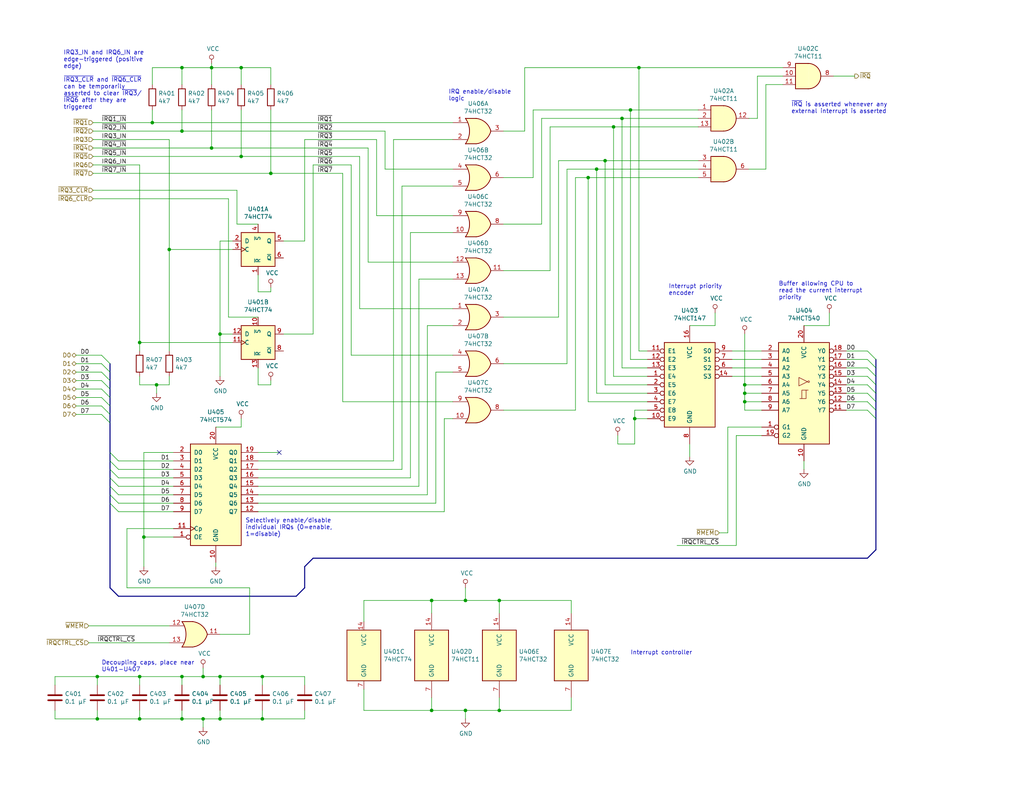
<source format=kicad_sch>
(kicad_sch (version 20250114) (generator "eeschema") (generator_version "9.0")
  (paper "User" 307.34 237.49)
  (lib_symbols
    (symbol "74xx:74LS11" (pin_names (offset 1.016))
      (property "Reference" "U" (at 0 1.27 0))
      (property "Value" "74LS11" (at 0 -1.27 0))
      (symbol "74LS11_1_1"
        (pin input line (at -7.62 2.54 0) (length 3.81) (name "~") (number "1"))
        (pin input line (at -7.62 0 0) (length 3.81) (name "~") (number "2"))
        (pin input line (at -7.62 -2.54 0) (length 3.81) (name "~") (number "13"))
        (pin output line (at 7.62 0 180) (length 3.81) (name "~") (number "12"))
      )
      (symbol "74LS11_1_2"
        (pin input inverted (at -7.62 2.54 0) (length 4.318) (name "~") (number "1"))
        (pin input inverted (at -7.62 0 0) (length 4.953) (name "~") (number "2"))
        (pin input inverted (at -7.62 -2.54 0) (length 4.318) (name "~") (number "13"))
        (pin output inverted (at 7.62 0 180) (length 3.81) (name "~") (number "12"))
      )
      (symbol "74LS11_2_1"
        (pin input line (at -7.62 2.54 0) (length 3.81) (name "~") (number "3"))
        (pin input line (at -7.62 0 0) (length 3.81) (name "~") (number "4"))
        (pin input line (at -7.62 -2.54 0) (length 3.81) (name "~") (number "5"))
        (pin output line (at 7.62 0 180) (length 3.81) (name "~") (number "6"))
      )
      (symbol "74LS11_2_2"
        (pin input inverted (at -7.62 2.54 0) (length 4.318) (name "~") (number "3"))
        (pin input inverted (at -7.62 0 0) (length 4.953) (name "~") (number "4"))
        (pin input inverted (at -7.62 -2.54 0) (length 4.318) (name "~") (number "5"))
        (pin output inverted (at 7.62 0 180) (length 3.81) (name "~") (number "6"))
      )
      (symbol "74LS11_3_1"
        (pin input line (at -7.62 2.54 0) (length 3.81) (name "~") (number "9"))
        (pin input line (at -7.62 0 0) (length 3.81) (name "~") (number "10"))
        (pin input line (at -7.62 -2.54 0) (length 3.81) (name "~") (number "11"))
        (pin output line (at 7.62 0 180) (length 3.81) (name "~") (number "8"))
      )
      (symbol "74LS11_3_2"
        (pin input inverted (at -7.62 2.54 0) (length 4.318) (name "~") (number "9"))
        (pin input inverted (at -7.62 0 0) (length 4.953) (name "~") (number "10"))
        (pin input inverted (at -7.62 -2.54 0) (length 4.318) (name "~") (number "11"))
        (pin output inverted (at 7.62 0 180) (length 3.81) (name "~") (number "8"))
      )
      (symbol "74LS11_4_0"
        (pin power_in line (at 0 12.7 270) (length 5.08) (name "VCC") (number "14"))
        (pin power_in line (at 0 -12.7 90) (length 5.08) (name "GND") (number "7"))
      )
    )
    (symbol "74xx:74LS147" (pin_names (offset 1.016))
      (property "Reference" "U" (at -7.62 13.97 0))
      (property "Value" "74LS147" (at -7.62 -13.97 0))
      (symbol "74LS147_1_0"
        (pin input inverted (at -12.7 10.16 0) (length 5.08) (name "E1") (number "11"))
        (pin input inverted (at -12.7 7.62 0) (length 5.08) (name "E2") (number "12"))
        (pin input inverted (at -12.7 5.08 0) (length 5.08) (name "E3") (number "13"))
        (pin input inverted (at -12.7 2.54 0) (length 5.08) (name "E4") (number "1"))
        (pin input inverted (at -12.7 0 0) (length 5.08) (name "E5") (number "2"))
        (pin input inverted (at -12.7 -2.54 0) (length 5.08) (name "E6") (number "3"))
        (pin input inverted (at -12.7 -5.08 0) (length 5.08) (name "E7") (number "4"))
        (pin input inverted (at -12.7 -7.62 0) (length 5.08) (name "E8") (number "5"))
        (pin input inverted (at -12.7 -10.16 0) (length 5.08) (name "E9") (number "10"))
        (pin power_in line (at 0 17.78 270) (length 5.08) (name "VCC") (number "16"))
        (pin power_in line (at 0 -17.78 90) (length 5.08) (name "GND") (number "8"))
        (pin output inverted (at 12.7 10.16 180) (length 5.08) (name "S0") (number "9"))
        (pin output inverted (at 12.7 7.62 180) (length 5.08) (name "S1") (number "7"))
        (pin output inverted (at 12.7 5.08 180) (length 5.08) (name "S2") (number "6"))
        (pin output inverted (at 12.7 2.54 180) (length 5.08) (name "S3") (number "14"))
      )
    )
    (symbol "74xx:74LS32" (pin_names (offset 1.016))
      (property "Reference" "U" (at 0 1.27 0))
      (property "Value" "74LS32" (at 0 -1.27 0))
      (symbol "74LS32_1_1"
        (pin input line (at -7.62 2.54 0) (length 4.318) (name "~") (number "1"))
        (pin input line (at -7.62 -2.54 0) (length 4.318) (name "~") (number "2"))
        (pin output line (at 7.62 0 180) (length 3.81) (name "~") (number "3"))
      )
      (symbol "74LS32_1_2"
        (pin input inverted (at -7.62 2.54 0) (length 3.81) (name "~") (number "1"))
        (pin input inverted (at -7.62 -2.54 0) (length 3.81) (name "~") (number "2"))
        (pin output inverted (at 7.62 0 180) (length 3.81) (name "~") (number "3"))
      )
      (symbol "74LS32_2_1"
        (pin input line (at -7.62 2.54 0) (length 4.318) (name "~") (number "4"))
        (pin input line (at -7.62 -2.54 0) (length 4.318) (name "~") (number "5"))
        (pin output line (at 7.62 0 180) (length 3.81) (name "~") (number "6"))
      )
      (symbol "74LS32_2_2"
        (pin input inverted (at -7.62 2.54 0) (length 3.81) (name "~") (number "4"))
        (pin input inverted (at -7.62 -2.54 0) (length 3.81) (name "~") (number "5"))
        (pin output inverted (at 7.62 0 180) (length 3.81) (name "~") (number "6"))
      )
      (symbol "74LS32_3_1"
        (pin input line (at -7.62 2.54 0) (length 4.318) (name "~") (number "9"))
        (pin input line (at -7.62 -2.54 0) (length 4.318) (name "~") (number "10"))
        (pin output line (at 7.62 0 180) (length 3.81) (name "~") (number "8"))
      )
      (symbol "74LS32_3_2"
        (pin input inverted (at -7.62 2.54 0) (length 3.81) (name "~") (number "9"))
        (pin input inverted (at -7.62 -2.54 0) (length 3.81) (name "~") (number "10"))
        (pin output inverted (at 7.62 0 180) (length 3.81) (name "~") (number "8"))
      )
      (symbol "74LS32_4_1"
        (pin input line (at -7.62 2.54 0) (length 4.318) (name "~") (number "12"))
        (pin input line (at -7.62 -2.54 0) (length 4.318) (name "~") (number "13"))
        (pin output line (at 7.62 0 180) (length 3.81) (name "~") (number "11"))
      )
      (symbol "74LS32_4_2"
        (pin input inverted (at -7.62 2.54 0) (length 3.81) (name "~") (number "12"))
        (pin input inverted (at -7.62 -2.54 0) (length 3.81) (name "~") (number "13"))
        (pin output inverted (at 7.62 0 180) (length 3.81) (name "~") (number "11"))
      )
      (symbol "74LS32_5_0"
        (pin power_in line (at 0 12.7 270) (length 5.08) (name "VCC") (number "14"))
        (pin power_in line (at 0 -12.7 90) (length 5.08) (name "GND") (number "7"))
      )
    )
    (symbol "74xx:74LS540" (pin_names (offset 1.016))
      (property "Reference" "U" (at -7.62 16.51 0))
      (property "Value" "74LS540" (at -7.62 -16.51 0))
      (symbol "74LS540_1_0"
        (pin input line (at -12.7 12.7 0) (length 5.08) (name "A0") (number "2"))
        (pin input line (at -12.7 10.16 0) (length 5.08) (name "A1") (number "3"))
        (pin input line (at -12.7 7.62 0) (length 5.08) (name "A2") (number "4"))
        (pin input line (at -12.7 5.08 0) (length 5.08) (name "A3") (number "5"))
        (pin input line (at -12.7 2.54 0) (length 5.08) (name "A4") (number "6"))
        (pin input line (at -12.7 0 0) (length 5.08) (name "A5") (number "7"))
        (pin input line (at -12.7 -2.54 0) (length 5.08) (name "A6") (number "8"))
        (pin input line (at -12.7 -5.08 0) (length 5.08) (name "A7") (number "9"))
        (pin input inverted (at -12.7 -10.16 0) (length 5.08) (name "G1") (number "1"))
        (pin input inverted (at -12.7 -12.7 0) (length 5.08) (name "G2") (number "19"))
        (pin power_in line (at 0 20.32 270) (length 5.08) (name "VCC") (number "20"))
        (pin power_in line (at 0 -20.32 90) (length 5.08) (name "GND") (number "10"))
        (pin tri_state inverted (at 12.7 12.7 180) (length 5.08) (name "Y0") (number "18"))
        (pin tri_state inverted (at 12.7 10.16 180) (length 5.08) (name "Y1") (number "17"))
        (pin tri_state inverted (at 12.7 7.62 180) (length 5.08) (name "Y2") (number "16"))
        (pin tri_state inverted (at 12.7 5.08 180) (length 5.08) (name "Y3") (number "15"))
        (pin tri_state inverted (at 12.7 2.54 180) (length 5.08) (name "Y4") (number "14"))
        (pin tri_state inverted (at 12.7 0 180) (length 5.08) (name "Y5") (number "13"))
        (pin tri_state inverted (at 12.7 -2.54 180) (length 5.08) (name "Y6") (number "12"))
        (pin tri_state inverted (at 12.7 -5.08 180) (length 5.08) (name "Y7") (number "11"))
      )
    )
    (symbol "74xx:74LS574" (pin_names (offset 1.016))
      (property "Reference" "U" (at -7.62 16.51 0))
      (property "Value" "74LS574" (at -7.62 -16.51 0))
      (symbol "74LS574_1_0"
        (pin input line (at -12.7 12.7 0) (length 5.08) (name "D0") (number "2"))
        (pin input line (at -12.7 10.16 0) (length 5.08) (name "D1") (number "3"))
        (pin input line (at -12.7 7.62 0) (length 5.08) (name "D2") (number "4"))
        (pin input line (at -12.7 5.08 0) (length 5.08) (name "D3") (number "5"))
        (pin input line (at -12.7 2.54 0) (length 5.08) (name "D4") (number "6"))
        (pin input line (at -12.7 0 0) (length 5.08) (name "D5") (number "7"))
        (pin input line (at -12.7 -2.54 0) (length 5.08) (name "D6") (number "8"))
        (pin input line (at -12.7 -5.08 0) (length 5.08) (name "D7") (number "9"))
        (pin input clock (at -12.7 -10.16 0) (length 5.08) (name "Cp") (number "11"))
        (pin input inverted (at -12.7 -12.7 0) (length 5.08) (name "OE") (number "1"))
        (pin power_in line (at 0 20.32 270) (length 5.08) (name "VCC") (number "20"))
        (pin power_in line (at 0 -20.32 90) (length 5.08) (name "GND") (number "10"))
        (pin tri_state line (at 12.7 12.7 180) (length 5.08) (name "Q0") (number "19"))
        (pin tri_state line (at 12.7 10.16 180) (length 5.08) (name "Q1") (number "18"))
        (pin tri_state line (at 12.7 7.62 180) (length 5.08) (name "Q2") (number "17"))
        (pin tri_state line (at 12.7 5.08 180) (length 5.08) (name "Q3") (number "16"))
        (pin tri_state line (at 12.7 2.54 180) (length 5.08) (name "Q4") (number "15"))
        (pin tri_state line (at 12.7 0 180) (length 5.08) (name "Q5") (number "14"))
        (pin tri_state line (at 12.7 -2.54 180) (length 5.08) (name "Q6") (number "13"))
        (pin tri_state line (at 12.7 -5.08 180) (length 5.08) (name "Q7") (number "12"))
      )
    )
    (symbol "74xx:74LS74" (pin_names (offset 1.016))
      (property "Reference" "U" (at -7.62 8.89 0))
      (property "Value" "74LS74" (at -7.62 -8.89 0))
      (symbol "74LS74_1_0"
        (pin input line (at -7.62 2.54 0) (length 2.54) (name "D") (number "2"))
        (pin input clock (at -7.62 0 0) (length 2.54) (name "C") (number "3"))
        (pin input line (at 0 7.62 270) (length 2.54) (name "~{S}") (number "4"))
        (pin input line (at 0 -7.62 90) (length 2.54) (name "~{R}") (number "1"))
        (pin output line (at 7.62 2.54 180) (length 2.54) (name "Q") (number "5"))
        (pin output line (at 7.62 -2.54 180) (length 2.54) (name "~{Q}") (number "6"))
      )
      (symbol "74LS74_2_0"
        (pin input line (at -7.62 2.54 0) (length 2.54) (name "D") (number "12"))
        (pin input clock (at -7.62 0 0) (length 2.54) (name "C") (number "11"))
        (pin input line (at 0 7.62 270) (length 2.54) (name "~{S}") (number "10"))
        (pin input line (at 0 -7.62 90) (length 2.54) (name "~{R}") (number "13"))
        (pin output line (at 7.62 2.54 180) (length 2.54) (name "Q") (number "9"))
        (pin output line (at 7.62 -2.54 180) (length 2.54) (name "~{Q}") (number "8"))
      )
      (symbol "74LS74_3_0"
        (pin power_in line (at 0 10.16 270) (length 2.54) (name "VCC") (number "14"))
        (pin power_in line (at 0 -10.16 90) (length 2.54) (name "GND") (number "7"))
      )
    )
    (symbol "device:C" (pin_numbers (hide yes)) (pin_names (offset 0.254))
      (property "Reference" "C" (at 0.635 2.54 0))
      (property "Value" "C" (at 0.635 -2.54 0))
      (symbol "C_1_1"
        (pin passive line (at 0 3.81 270) (length 2.794) (name "~") (number "1"))
        (pin passive line (at 0 -3.81 90) (length 2.794) (name "~") (number "2"))
      )
    )
    (symbol "device:R" (pin_numbers (hide yes)) (pin_names (offset 0))
      (property "Reference" "R" (at 2.032 0 90))
      (property "Value" "R" (at 0 0 90))
      (symbol "R_1_1"
        (pin passive line (at 0 3.81 270) (length 1.27) (name "~") (number "1"))
        (pin passive line (at 0 -3.81 90) (length 1.27) (name "~") (number "2"))
      )
    )
    (symbol "power:GND" (power) (pin_names (offset 0))
      (property "Value" "GND" (at 0 -3.81 0))
      (symbol "GND_1_1"
        (pin power_in line (at 0 0 270) (length 0) (hide yes) (name "GND") (number "1"))
      )
    )
    (symbol "power:VCC" (power) (pin_names (offset 0))
      (property "Value" "VCC" (at 0 3.81 0))
      (symbol "VCC_1_1"
        (pin power_in line (at 0 0 90) (length 0) (hide yes) (name "VCC") (number "1"))
      )
    )
  )
  (text "Buffer allowing CPU to\nread the current interrupt\npriority" (at 233.68 90.17 0) (effects (font (size 1.27 1.27)) (justify left bottom)))
  (text "Selectively enable/disable\nindividual IRQs (0=enable,\n1=disable)" (at 73.66 161.29 0) (effects (font (size 1.27 1.27)) (justify left bottom)))
  (text "Interrupt controller" (at 189.23 196.85 0) (effects (font (size 1.27 1.27)) (justify left bottom)))
  (text "Interrupt priority\nencoder" (at 200.66 88.9 0) (effects (font (size 1.27 1.27)) (justify left bottom)))
  (text "IRQ3_IN and IRQ6_IN are\nedge-triggered (positive\nedge)\n\n~{IRQ3_CLR} and ~{IRQ6_CLR}\ncan be temporarily\nasserted to clear ~{IRQ3}/\n~{IRQ6} after they are\ntriggered" (at 19.05 33.02 0) (effects (font (size 1.27 1.27)) (justify left bottom)))
  (text "~{IRQ} is asserted whenever any\nexternal interrupt is asserted" (at 237.49 34.29 0) (effects (font (size 1.27 1.27)) (justify left bottom)))
  (text "IRQ enable/disable\nlogic" (at 134.62 30.48 0) (effects (font (size 1.27 1.27)) (justify left bottom)))
  (text "Decoupling caps, place near\nU401-U407" (at 30.48 201.93 0) (effects (font (size 1.27 1.27)) (justify left bottom)))
  (junction (at 45.72 36.83))
  (junction (at 190.5 125.73))
  (junction (at 66.04 215.9))
  (junction (at 179.07 50.8))
  (junction (at 60.96 203.2))
  (junction (at 181.61 48.26))
  (junction (at 66.04 100.33))
  (junction (at 54.61 20.32))
  (junction (at 176.53 53.34))
  (junction (at 63.5 44.45))
  (junction (at 81.28 52.07))
  (junction (at 41.91 102.87))
  (junction (at 43.18 161.29))
  (junction (at 29.21 203.2))
  (junction (at 223.52 115.57))
  (junction (at 72.39 46.99))
  (junction (at 78.74 203.2))
  (junction (at 223.52 118.11))
  (junction (at 54.61 215.9))
  (junction (at 129.54 180.34))
  (junction (at 186.69 35.56))
  (junction (at 139.7 180.34))
  (junction (at 41.91 203.2))
  (junction (at 60.96 215.9))
  (junction (at 72.39 20.32))
  (junction (at 41.91 215.9))
  (junction (at 46.99 115.57))
  (junction (at 63.5 20.32))
  (junction (at 50.8 74.93))
  (junction (at 139.7 213.36))
  (junction (at 54.61 39.37))
  (junction (at 78.74 215.9))
  (junction (at 54.61 203.2))
  (junction (at 189.23 33.02))
  (junction (at 129.54 213.36))
  (junction (at 29.21 215.9))
  (junction (at 184.15 38.1))
  (junction (at 191.77 20.32))
  (junction (at 66.04 203.2))
  (junction (at 149.86 180.34))
  (junction (at 149.86 213.36))
  (junction (at 223.52 120.65))
  (no_connect (at 83.82 135.89))
  (bus_entry (at 33.02 140.97) (size 2.54 2.54))
  (bus_entry (at 260.35 120.65) (size 2.54 2.54))
  (bus_entry (at 33.02 148.59) (size 2.54 2.54))
  (bus_entry (at 30.48 124.46) (size 2.54 2.54))
  (bus_entry (at 260.35 123.19) (size 2.54 2.54))
  (bus_entry (at 33.02 146.05) (size 2.54 2.54))
  (bus_entry (at 30.48 119.38) (size 2.54 2.54))
  (bus_entry (at 30.48 109.22) (size 2.54 2.54))
  (bus_entry (at 30.48 114.3) (size 2.54 2.54))
  (bus_entry (at 33.02 138.43) (size 2.54 2.54))
  (bus_entry (at 30.48 106.68) (size 2.54 2.54))
  (bus_entry (at 30.48 116.84) (size 2.54 2.54))
  (bus_entry (at 30.48 111.76) (size 2.54 2.54))
  (bus_entry (at 33.02 135.89) (size 2.54 2.54))
  (bus_entry (at 260.35 115.57) (size 2.54 2.54))
  (bus_entry (at 33.02 143.51) (size 2.54 2.54))
  (bus_entry (at 33.02 151.13) (size 2.54 2.54))
  (bus_entry (at 260.35 110.49) (size 2.54 2.54))
  (bus_entry (at 260.35 113.03) (size 2.54 2.54))
  (bus_entry (at 260.35 107.95) (size 2.54 2.54))
  (bus_entry (at 30.48 121.92) (size 2.54 2.54))
  (bus_entry (at 260.35 118.11) (size 2.54 2.54))
  (bus_entry (at 260.35 105.41) (size 2.54 2.54))
  (wire (pts (xy 50.8 74.93) (xy 69.85 74.93)))
  (wire (pts (xy 179.07 50.8) (xy 209.55 50.8)))
  (wire (pts (xy 78.74 215.9) (xy 66.04 215.9)))
  (wire (pts (xy 77.47 135.89) (xy 83.82 135.89)))
  (wire (pts (xy 91.44 203.2) (xy 78.74 203.2)))
  (wire (pts (xy 29.21 203.2) (xy 41.91 203.2)))
  (wire (pts (xy 151.13 95.25) (xy 167.64 95.25)))
  (wire (pts (xy 149.86 184.15) (xy 149.86 180.34)))
  (wire (pts (xy 81.28 52.07) (xy 102.87 52.07)))
  (wire (pts (xy 118.11 138.43) (xy 118.11 41.91)))
  (wire (pts (xy 27.94 44.45) (xy 63.5 44.45)))
  (wire (pts (xy 77.47 140.97) (xy 120.65 140.97)))
  (wire (pts (xy 167.64 95.25) (xy 167.64 48.26)))
  (bus (pts (xy 33.02 140.97) (xy 33.02 143.51)))
  (wire (pts (xy 81.28 87.63) (xy 81.28 86.36)))
  (wire (pts (xy 41.91 102.87) (xy 41.91 49.53)))
  (wire (pts (xy 151.13 123.19) (xy 172.72 123.19)))
  (wire (pts (xy 203.2 163.83) (xy 220.98 163.83)))
  (wire (pts (xy 181.61 115.57) (xy 194.31 115.57)))
  (bus (pts (xy 33.02 151.13) (xy 33.02 176.53)))
  (wire (pts (xy 45.72 25.4) (xy 45.72 20.32)))
  (wire (pts (xy 135.89 78.74) (xy 110.49 78.74)))
  (wire (pts (xy 139.7 180.34) (xy 139.7 176.53)))
  (wire (pts (xy 123.19 69.85) (xy 135.89 69.85)))
  (wire (pts (xy 228.6 130.81) (xy 220.98 130.81)))
  (wire (pts (xy 130.81 151.13) (xy 130.81 111.76)))
  (bus (pts (xy 33.02 176.53) (xy 35.56 179.07)))
  (wire (pts (xy 128.27 148.59) (xy 128.27 97.79)))
  (wire (pts (xy 113.03 41.91) (xy 113.03 64.77)))
  (bus (pts (xy 93.98 167.64) (xy 260.35 167.64)))
  (wire (pts (xy 27.94 46.99) (xy 72.39 46.99)))
  (wire (pts (xy 72.39 20.32) (xy 63.5 20.32)))
  (wire (pts (xy 16.51 213.36) (xy 16.51 215.9)))
  (wire (pts (xy 229.87 50.8) (xy 229.87 25.4)))
  (wire (pts (xy 60.96 203.2) (xy 54.61 203.2)))
  (wire (pts (xy 78.74 205.74) (xy 78.74 203.2)))
  (bus (pts (xy 33.02 148.59) (xy 33.02 151.13)))
  (wire (pts (xy 179.07 118.11) (xy 179.07 50.8)))
  (wire (pts (xy 227.33 22.86) (xy 234.95 22.86)))
  (wire (pts (xy 135.89 50.8) (xy 115.57 50.8)))
  (wire (pts (xy 91.44 213.36) (xy 91.44 215.9)))
  (wire (pts (xy 254 107.95) (xy 260.35 107.95)))
  (wire (pts (xy 228.6 115.57) (xy 223.52 115.57)))
  (bus (pts (xy 262.89 123.19) (xy 262.89 125.73)))
  (wire (pts (xy 64.77 128.27) (xy 72.39 128.27)))
  (wire (pts (xy 254 115.57) (xy 260.35 115.57)))
  (wire (pts (xy 66.04 213.36) (xy 66.04 215.9)))
  (wire (pts (xy 110.49 78.74) (xy 110.49 44.45)))
  (wire (pts (xy 85.09 100.33) (xy 93.98 100.33)))
  (wire (pts (xy 254 110.49) (xy 260.35 110.49)))
  (wire (pts (xy 41.91 213.36) (xy 41.91 215.9)))
  (wire (pts (xy 63.5 33.02) (xy 63.5 44.45)))
  (wire (pts (xy 135.89 92.71) (xy 107.95 92.71)))
  (wire (pts (xy 227.33 35.56) (xy 227.33 22.86)))
  (wire (pts (xy 184.15 113.03) (xy 184.15 38.1)))
  (wire (pts (xy 181.61 48.26) (xy 209.55 48.26)))
  (wire (pts (xy 81.28 115.57) (xy 81.28 114.3)))
  (wire (pts (xy 66.04 205.74) (xy 66.04 203.2)))
  (wire (pts (xy 52.07 135.89) (xy 43.18 135.89)))
  (wire (pts (xy 93.98 100.33) (xy 93.98 49.53)))
  (wire (pts (xy 69.85 72.39) (xy 66.04 72.39)))
  (wire (pts (xy 54.61 33.02) (xy 54.61 39.37)))
  (wire (pts (xy 77.47 153.67) (xy 133.35 153.67)))
  (wire (pts (xy 77.47 138.43) (xy 118.11 138.43)))
  (wire (pts (xy 60.96 215.9) (xy 54.61 215.9)))
  (bus (pts (xy 262.89 107.95) (xy 262.89 110.49)))
  (wire (pts (xy 77.47 143.51) (xy 123.19 143.51)))
  (wire (pts (xy 248.92 97.79) (xy 248.92 93.98)))
  (wire (pts (xy 223.52 123.19) (xy 223.52 120.65)))
  (wire (pts (xy 63.5 25.4) (xy 63.5 20.32)))
  (bus (pts (xy 33.02 138.43) (xy 33.02 140.97)))
  (wire (pts (xy 162.56 67.31) (xy 162.56 35.56)))
  (wire (pts (xy 130.81 111.76) (xy 135.89 111.76)))
  (wire (pts (xy 120.65 55.88) (xy 135.89 55.88)))
  (wire (pts (xy 27.94 52.07) (xy 81.28 52.07)))
  (wire (pts (xy 162.56 35.56) (xy 186.69 35.56)))
  (wire (pts (xy 29.21 203.2) (xy 16.51 203.2)))
  (wire (pts (xy 27.94 57.15) (xy 71.12 57.15)))
  (wire (pts (xy 22.86 114.3) (xy 30.48 114.3)))
  (wire (pts (xy 151.13 39.37) (xy 157.48 39.37)))
  (wire (pts (xy 171.45 180.34) (xy 149.86 180.34)))
  (wire (pts (xy 52.07 140.97) (xy 35.56 140.97)))
  (wire (pts (xy 228.6 105.41) (xy 219.71 105.41)))
  (wire (pts (xy 223.52 115.57) (xy 223.52 100.33)))
  (wire (pts (xy 69.85 100.33) (xy 66.04 100.33)))
  (bus (pts (xy 33.02 114.3) (xy 33.02 116.84)))
  (wire (pts (xy 64.77 168.91) (xy 64.77 170.18)))
  (bus (pts (xy 262.89 115.57) (xy 262.89 118.11)))
  (bus (pts (xy 91.44 176.53) (xy 91.44 170.18)))
  (wire (pts (xy 63.5 20.32) (xy 63.5 19.05)))
  (bus (pts (xy 262.89 118.11) (xy 262.89 120.65)))
  (wire (pts (xy 186.69 110.49) (xy 186.69 35.56)))
  (wire (pts (xy 194.31 123.19) (xy 190.5 123.19)))
  (wire (pts (xy 77.47 87.63) (xy 81.28 87.63)))
  (wire (pts (xy 50.8 74.93) (xy 50.8 41.91)))
  (wire (pts (xy 52.07 153.67) (xy 35.56 153.67)))
  (wire (pts (xy 223.52 120.65) (xy 223.52 118.11)))
  (wire (pts (xy 191.77 105.41) (xy 191.77 20.32)))
  (wire (pts (xy 120.65 140.97) (xy 120.65 55.88)))
  (wire (pts (xy 77.47 115.57) (xy 81.28 115.57)))
  (wire (pts (xy 165.1 81.28) (xy 165.1 38.1)))
  (wire (pts (xy 129.54 184.15) (xy 129.54 180.34)))
  (wire (pts (xy 151.13 67.31) (xy 162.56 67.31)))
  (wire (pts (xy 109.22 207.01) (xy 109.22 213.36)))
  (wire (pts (xy 241.3 138.43) (xy 241.3 140.97)))
  (wire (pts (xy 68.58 95.25) (xy 68.58 59.69)))
  (wire (pts (xy 189.23 107.95) (xy 194.31 107.95)))
  (wire (pts (xy 54.61 213.36) (xy 54.61 215.9)))
  (wire (pts (xy 46.99 115.57) (xy 41.91 115.57)))
  (wire (pts (xy 22.86 119.38) (xy 30.48 119.38)))
  (wire (pts (xy 170.18 50.8) (xy 179.07 50.8)))
  (wire (pts (xy 50.8 105.41) (xy 50.8 74.93)))
  (wire (pts (xy 172.72 123.19) (xy 172.72 53.34)))
  (wire (pts (xy 157.48 20.32) (xy 191.77 20.32)))
  (wire (pts (xy 68.58 59.69) (xy 27.94 59.69)))
  (wire (pts (xy 109.22 213.36) (xy 129.54 213.36)))
  (wire (pts (xy 45.72 20.32) (xy 54.61 20.32)))
  (wire (pts (xy 194.31 105.41) (xy 191.77 105.41)))
  (wire (pts (xy 113.03 64.77) (xy 135.89 64.77)))
  (wire (pts (xy 254 120.65) (xy 260.35 120.65)))
  (wire (pts (xy 172.72 53.34) (xy 176.53 53.34)))
  (wire (pts (xy 190.5 125.73) (xy 190.5 133.35)))
  (wire (pts (xy 45.72 33.02) (xy 45.72 36.83)))
  (wire (pts (xy 224.79 50.8) (xy 229.87 50.8)))
  (wire (pts (xy 29.21 215.9) (xy 41.91 215.9)))
  (bus (pts (xy 33.02 127) (xy 33.02 135.89)))
  (wire (pts (xy 228.6 118.11) (xy 223.52 118.11)))
  (wire (pts (xy 228.6 107.95) (xy 219.71 107.95)))
  (wire (pts (xy 52.07 138.43) (xy 35.56 138.43)))
  (wire (pts (xy 22.86 109.22) (xy 30.48 109.22)))
  (wire (pts (xy 102.87 120.65) (xy 102.87 52.07)))
  (wire (pts (xy 179.07 118.11) (xy 194.31 118.11)))
  (wire (pts (xy 151.13 109.22) (xy 170.18 109.22)))
  (wire (pts (xy 149.86 209.55) (xy 149.86 213.36)))
  (wire (pts (xy 254 123.19) (xy 260.35 123.19)))
  (wire (pts (xy 149.86 180.34) (xy 139.7 180.34)))
  (wire (pts (xy 125.73 146.05) (xy 125.73 83.82)))
  (bus (pts (xy 33.02 116.84) (xy 33.02 119.38)))
  (wire (pts (xy 186.69 35.56) (xy 209.55 35.56)))
  (bus (pts (xy 33.02 143.51) (xy 33.02 146.05)))
  (wire (pts (xy 46.99 115.57) (xy 46.99 118.11)))
  (wire (pts (xy 54.61 203.2) (xy 41.91 203.2)))
  (wire (pts (xy 72.39 33.02) (xy 72.39 46.99)))
  (wire (pts (xy 52.07 146.05) (xy 35.56 146.05)))
  (wire (pts (xy 71.12 57.15) (xy 71.12 67.31)))
  (wire (pts (xy 38.1 176.53) (xy 38.1 158.75)))
  (wire (pts (xy 66.04 190.5) (xy 74.93 190.5)))
  (wire (pts (xy 160.02 33.02) (xy 189.23 33.02)))
  (wire (pts (xy 151.13 81.28) (xy 165.1 81.28)))
  (wire (pts (xy 228.6 128.27) (xy 218.44 128.27)))
  (wire (pts (xy 93.98 49.53) (xy 105.41 49.53)))
  (wire (pts (xy 118.11 41.91) (xy 135.89 41.91)))
  (wire (pts (xy 129.54 209.55) (xy 129.54 213.36)))
  (wire (pts (xy 185.42 133.35) (xy 185.42 130.81)))
  (wire (pts (xy 29.21 205.74) (xy 29.21 203.2)))
  (wire (pts (xy 54.61 205.74) (xy 54.61 203.2)))
  (wire (pts (xy 66.04 100.33) (xy 66.04 113.03)))
  (wire (pts (xy 189.23 33.02) (xy 209.55 33.02)))
  (wire (pts (xy 77.47 67.31) (xy 71.12 67.31)))
  (wire (pts (xy 91.44 41.91) (xy 113.03 41.91)))
  (bus (pts (xy 33.02 135.89) (xy 33.02 138.43)))
  (wire (pts (xy 181.61 115.57) (xy 181.61 48.26)))
  (wire (pts (xy 191.77 20.32) (xy 234.95 20.32)))
  (wire (pts (xy 91.44 72.39) (xy 91.44 41.91)))
  (wire (pts (xy 60.96 203.2) (xy 60.96 200.66)))
  (wire (pts (xy 52.07 143.51) (xy 35.56 143.51)))
  (bus (pts (xy 262.89 113.03) (xy 262.89 115.57)))
  (wire (pts (xy 41.91 205.74) (xy 41.91 203.2)))
  (wire (pts (xy 229.87 25.4) (xy 234.95 25.4)))
  (wire (pts (xy 105.41 49.53) (xy 105.41 106.68)))
  (wire (pts (xy 165.1 38.1) (xy 184.15 38.1)))
  (wire (pts (xy 151.13 53.34) (xy 160.02 53.34)))
  (wire (pts (xy 72.39 46.99) (xy 107.95 46.99)))
  (wire (pts (xy 186.69 110.49) (xy 194.31 110.49)))
  (wire (pts (xy 254 118.11) (xy 260.35 118.11)))
  (wire (pts (xy 171.45 184.15) (xy 171.45 180.34)))
  (wire (pts (xy 26.67 193.04) (xy 50.8 193.04)))
  (wire (pts (xy 22.86 106.68) (xy 30.48 106.68)))
  (bus (pts (xy 262.89 120.65) (xy 262.89 123.19)))
  (wire (pts (xy 139.7 213.36) (xy 129.54 213.36)))
  (wire (pts (xy 41.91 49.53) (xy 27.94 49.53)))
  (wire (pts (xy 184.15 38.1) (xy 209.55 38.1)))
  (wire (pts (xy 74.93 190.5) (xy 74.93 176.53)))
  (wire (pts (xy 66.04 215.9) (xy 60.96 215.9)))
  (wire (pts (xy 81.28 33.02) (xy 81.28 52.07)))
  (wire (pts (xy 85.09 72.39) (xy 91.44 72.39)))
  (wire (pts (xy 16.51 215.9) (xy 29.21 215.9)))
  (wire (pts (xy 250.19 22.86) (xy 256.54 22.86)))
  (wire (pts (xy 133.35 125.73) (xy 135.89 125.73)))
  (wire (pts (xy 54.61 215.9) (xy 41.91 215.9)))
  (wire (pts (xy 220.98 130.81) (xy 220.98 163.83)))
  (wire (pts (xy 176.53 120.65) (xy 194.31 120.65)))
  (wire (pts (xy 218.44 160.02) (xy 215.9 160.02)))
  (wire (pts (xy 176.53 53.34) (xy 209.55 53.34)))
  (wire (pts (xy 125.73 83.82) (xy 135.89 83.82)))
  (bus (pts (xy 33.02 111.76) (xy 33.02 114.3)))
  (bus (pts (xy 91.44 170.18) (xy 93.98 167.64)))
  (wire (pts (xy 50.8 113.03) (xy 50.8 115.57)))
  (wire (pts (xy 45.72 36.83) (xy 135.89 36.83)))
  (wire (pts (xy 109.22 180.34) (xy 129.54 180.34)))
  (wire (pts (xy 241.3 97.79) (xy 248.92 97.79)))
  (bus (pts (xy 33.02 124.46) (xy 33.02 127)))
  (wire (pts (xy 38.1 158.75) (xy 52.07 158.75)))
  (bus (pts (xy 33.02 146.05) (xy 33.02 148.59)))
  (wire (pts (xy 170.18 109.22) (xy 170.18 50.8)))
  (wire (pts (xy 41.91 102.87) (xy 69.85 102.87)))
  (wire (pts (xy 149.86 213.36) (xy 139.7 213.36)))
  (wire (pts (xy 115.57 50.8) (xy 115.57 39.37)))
  (wire (pts (xy 50.8 187.96) (xy 26.67 187.96)))
  (wire (pts (xy 157.48 39.37) (xy 157.48 20.32)))
  (wire (pts (xy 228.6 113.03) (xy 219.71 113.03)))
  (wire (pts (xy 54.61 39.37) (xy 115.57 39.37)))
  (wire (pts (xy 190.5 133.35) (xy 185.42 133.35)))
  (wire (pts (xy 128.27 97.79) (xy 135.89 97.79)))
  (bus (pts (xy 260.35 167.64) (xy 262.89 165.1)))
  (wire (pts (xy 194.31 125.73) (xy 190.5 125.73)))
  (wire (pts (xy 60.96 215.9) (xy 60.96 218.44)))
  (wire (pts (xy 123.19 143.51) (xy 123.19 69.85)))
  (wire (pts (xy 52.07 161.29) (xy 43.18 161.29)))
  (wire (pts (xy 50.8 41.91) (xy 27.94 41.91)))
  (wire (pts (xy 184.15 113.03) (xy 194.31 113.03)))
  (wire (pts (xy 22.86 111.76) (xy 30.48 111.76)))
  (wire (pts (xy 74.93 176.53) (xy 38.1 176.53)))
  (wire (pts (xy 228.6 110.49) (xy 219.71 110.49)))
  (wire (pts (xy 52.07 151.13) (xy 35.56 151.13)))
  (wire (pts (xy 224.79 35.56) (xy 227.33 35.56)))
  (wire (pts (xy 27.94 36.83) (xy 45.72 36.83)))
  (wire (pts (xy 78.74 203.2) (xy 66.04 203.2)))
  (wire (pts (xy 189.23 107.95) (xy 189.23 33.02)))
  (bus (pts (xy 35.56 179.07) (xy 88.9 179.07)))
  (wire (pts (xy 176.53 120.65) (xy 176.53 53.34)))
  (bus (pts (xy 33.02 109.22) (xy 33.02 111.76)))
  (wire (pts (xy 81.28 20.32) (xy 72.39 20.32)))
  (wire (pts (xy 207.01 133.35) (xy 207.01 137.16)))
  (wire (pts (xy 63.5 44.45) (xy 110.49 44.45)))
  (wire (pts (xy 139.7 180.34) (xy 129.54 180.34)))
  (wire (pts (xy 41.91 115.57) (xy 41.91 113.03)))
  (wire (pts (xy 167.64 48.26) (xy 181.61 48.26)))
  (wire (pts (xy 190.5 123.19) (xy 190.5 125.73)))
  (wire (pts (xy 207.01 97.79) (xy 214.63 97.79)))
  (wire (pts (xy 43.18 161.29) (xy 43.18 170.18)))
  (wire (pts (xy 109.22 186.69) (xy 109.22 180.34)))
  (wire (pts (xy 105.41 106.68) (xy 135.89 106.68)))
  (wire (pts (xy 78.74 213.36) (xy 78.74 215.9)))
  (wire (pts (xy 228.6 123.19) (xy 223.52 123.19)))
  (wire (pts (xy 77.47 148.59) (xy 128.27 148.59)))
  (wire (pts (xy 22.86 124.46) (xy 30.48 124.46)))
  (bus (pts (xy 262.89 125.73) (xy 262.89 165.1)))
  (wire (pts (xy 43.18 135.89) (xy 43.18 161.29)))
  (wire (pts (xy 139.7 213.36) (xy 139.7 215.9)))
  (wire (pts (xy 214.63 97.79) (xy 214.63 93.98)))
  (wire (pts (xy 54.61 25.4) (xy 54.61 20.32)))
  (wire (pts (xy 77.47 151.13) (xy 130.81 151.13)))
  (wire (pts (xy 91.44 205.74) (xy 91.44 203.2)))
  (wire (pts (xy 218.44 128.27) (xy 218.44 160.02)))
  (bus (pts (xy 33.02 121.92) (xy 33.02 124.46)))
  (wire (pts (xy 77.47 146.05) (xy 125.73 146.05)))
  (wire (pts (xy 107.95 92.71) (xy 107.95 46.99)))
  (wire (pts (xy 52.07 148.59) (xy 35.56 148.59)))
  (wire (pts (xy 223.52 118.11) (xy 223.52 115.57)))
  (bus (pts (xy 262.89 110.49) (xy 262.89 113.03)))
  (wire (pts (xy 254 113.03) (xy 260.35 113.03)))
  (wire (pts (xy 41.91 105.41) (xy 41.91 102.87)))
  (wire (pts (xy 171.45 213.36) (xy 149.86 213.36)))
  (wire (pts (xy 160.02 53.34) (xy 160.02 33.02)))
  (wire (pts (xy 22.86 116.84) (xy 30.48 116.84)))
  (wire (pts (xy 72.39 25.4) (xy 72.39 20.32)))
  (wire (pts (xy 68.58 95.25) (xy 77.47 95.25)))
  (bus (pts (xy 33.02 119.38) (xy 33.02 121.92)))
  (wire (pts (xy 77.47 82.55) (xy 77.47 87.63)))
  (wire (pts (xy 22.86 121.92) (xy 30.48 121.92)))
  (wire (pts (xy 72.39 128.27) (xy 72.39 125.73)))
  (wire (pts (xy 50.8 115.57) (xy 46.99 115.57)))
  (wire (pts (xy 228.6 120.65) (xy 223.52 120.65)))
  (wire (pts (xy 135.89 120.65) (xy 102.87 120.65)))
  (wire (pts (xy 254 105.41) (xy 260.35 105.41)))
  (bus (pts (xy 88.9 179.07) (xy 91.44 176.53)))
  (wire (pts (xy 171.45 209.55) (xy 171.45 213.36)))
  (wire (pts (xy 66.04 203.2) (xy 60.96 203.2)))
  (wire (pts (xy 54.61 20.32) (xy 63.5 20.32)))
  (wire (pts (xy 91.44 215.9) (xy 78.74 215.9)))
  (wire (pts (xy 81.28 25.4) (xy 81.28 20.32)))
  (wire (pts (xy 16.51 203.2) (xy 16.51 205.74)))
  (wire (pts (xy 66.04 72.39) (xy 66.04 100.33)))
  (wire (pts (xy 133.35 153.67) (xy 133.35 125.73)))
  (wire (pts (xy 29.21 213.36) (xy 29.21 215.9)))
  (wire (pts (xy 77.47 110.49) (xy 77.47 115.57)))
  (wire (pts (xy 27.94 39.37) (xy 54.61 39.37)))
  (label "D4" (at 24.13 116.84 0))
  (label "D7" (at 24.13 124.46 0))
  (label "~{IRQ6}" (at 95.25 49.53 0))
  (label "IRQ3_IN" (at 30.48 41.91 0))
  (label "D2" (at 24.13 111.76 0))
  (label "~{IRQ2}" (at 95.25 39.37 0))
  (label "D1" (at 48.26 138.43 0))
  (label "IRQ6_IN" (at 30.48 49.53 0))
  (label "~{IRQ4_IN}" (at 30.48 44.45 0))
  (label "~{IRQ4}" (at 95.25 44.45 0))
  (label "D1" (at 254 107.95 0))
  (label "~{IRQ1_IN}" (at 30.48 36.83 0))
  (label "D6" (at 24.13 121.92 0))
  (label "D3" (at 24.13 114.3 0))
  (label "D4" (at 48.26 146.05 0))
  (label "D0" (at 24.13 106.68 0))
  (label "~{IRQ1}" (at 95.25 36.83 0))
  (label "D6" (at 48.26 151.13 0))
  (label "~{IRQCTRL_CS}" (at 204.47 163.83 0))
  (label "~{IRQ7}" (at 95.25 52.07 0))
  (label "~{IRQ3}" (at 95.25 41.91 0))
  (label "D7" (at 254 123.19 0))
  (label "D7" (at 48.26 153.67 0))
  (label "~{IRQCTRL_CS}" (at 29.21 193.04 0))
  (label "D5" (at 24.13 119.38 0))
  (label "~{IRQ7_IN}" (at 30.48 52.07 0))
  (label "D4" (at 254 115.57 0))
  (label "D2" (at 48.26 140.97 0))
  (label "~{IRQ5}" (at 95.25 46.99 0))
  (label "D5" (at 48.26 148.59 0))
  (label "~{IRQ5_IN}" (at 30.48 46.99 0))
  (label "D2" (at 254 110.49 0))
  (label "D3" (at 48.26 143.51 0))
  (label "D3" (at 254 113.03 0))
  (label "D0" (at 254 105.41 0))
  (label "~{IRQ2_IN}" (at 30.48 39.37 0))
  (label "D5" (at 254 118.11 0))
  (label "D1" (at 24.13 109.22 0))
  (label "D6" (at 254 120.65 0))
  (hierarchical_label "D2" (shape bidirectional) (at 22.86 111.76 180))
  (hierarchical_label "D5" (shape bidirectional) (at 22.86 119.38 180))
  (hierarchical_label "D1" (shape bidirectional) (at 22.86 109.22 180))
  (hierarchical_label "~{IRQ6_CLR}" (shape input) (at 27.94 59.69 180))
  (hierarchical_label "~{IRQ}" (shape output) (at 256.54 22.86 0))
  (hierarchical_label "D6" (shape bidirectional) (at 22.86 121.92 180))
  (hierarchical_label "IRQ3" (shape input) (at 27.94 41.91 180))
  (hierarchical_label "D3" (shape bidirectional) (at 22.86 114.3 180))
  (hierarchical_label "~{IRQ3_CLR}" (shape input) (at 27.94 57.15 180))
  (hierarchical_label "~{IRQ2}" (shape input) (at 27.94 39.37 180))
  (hierarchical_label "~{IRQ7}" (shape input) (at 27.94 52.07 180))
  (hierarchical_label "D0" (shape bidirectional) (at 22.86 106.68 180))
  (hierarchical_label "~{RMEM}" (shape input) (at 215.9 160.02 180))
  (hierarchical_label "D4" (shape bidirectional) (at 22.86 116.84 180))
  (hierarchical_label "~{IRQCTRL_CS}" (shape input) (at 26.67 193.04 180))
  (hierarchical_label "~{WMEM}" (shape input) (at 26.67 187.96 180))
  (hierarchical_label "~{IRQ4}" (shape input) (at 27.94 44.45 180))
  (hierarchical_label "~{IRQ5}" (shape input) (at 27.94 46.99 180))
  (hierarchical_label "~{IRQ1}" (shape input) (at 27.94 36.83 180))
  (hierarchical_label "D7" (shape bidirectional) (at 22.86 124.46 180))
  (hierarchical_label "IRQ6" (shape input) (at 27.94 49.53 180))
  (symbol (lib_id "74xx:74LS147") (at 207.01 115.57 0) (unit 1)
    (property "Reference" "U403" (at 207.01 93.2688 0))
    (property "Value" "74HCT147" (at 207.01 95.5802 0))
    (property "Footprint" "Package_DIP:DIP-16_W7.62mm_Socket" (effects (hide yes)))
  )
  (symbol (lib_id "74xx:74LS74") (at 77.47 74.93 0) (unit 1)
    (property "Reference" "U401" (at 77.47 62.7888 0))
    (property "Value" "74HCT74" (at 77.47 65.1002 0))
    (property "Footprint" "Package_DIP:DIP-14_W7.62mm_Socket" (effects (hide yes)))
  )
  (symbol (lib_id "74xx:74LS74") (at 77.47 102.87 0) (unit 2)
    (property "Reference" "U401" (at 77.47 90.7288 0))
    (property "Value" "74HCT74" (at 77.47 93.0402 0))
    (property "Footprint" "Package_DIP:DIP-14_W7.62mm_Socket" (effects (hide yes)))
  )
  (symbol (lib_id "74xx:74LS74") (at 109.22 196.85 0) (unit 3)
    (property "Reference" "U401" (at 115.062 195.6816 0) (effects (justify left)))
    (property "Value" "74HCT74" (at 115.062 197.993 0) (effects (justify left)))
    (property "Footprint" "Package_DIP:DIP-14_W7.62mm_Socket" (effects (hide yes)))
  )
  (symbol (lib_id "74xx:74LS11") (at 217.17 35.56 0) (unit 1)
    (property "Reference" "U402" (at 217.17 27.305 0))
    (property "Value" "74HCT11" (at 217.17 29.6164 0))
    (property "Footprint" "Package_DIP:DIP-14_W7.62mm_Socket" (effects (hide yes)))
  )
  (symbol (lib_id "74xx:74LS11") (at 217.17 50.8 0) (unit 2)
    (property "Reference" "U402" (at 217.17 42.545 0))
    (property "Value" "74HCT11" (at 217.17 44.8564 0))
    (property "Footprint" "Package_DIP:DIP-14_W7.62mm_Socket" (effects (hide yes)))
  )
  (symbol (lib_id "74xx:74LS11") (at 242.57 22.86 0) (unit 3)
    (property "Reference" "U402" (at 242.57 14.605 0))
    (property "Value" "74HCT11" (at 242.57 16.9164 0))
    (property "Footprint" "Package_DIP:DIP-14_W7.62mm_Socket" (effects (hide yes)))
  )
  (symbol (lib_id "74xx:74LS11") (at 129.54 196.85 0) (unit 4)
    (property "Reference" "U402" (at 135.382 195.6816 0) (effects (justify left)))
    (property "Value" "74HCT11" (at 135.382 197.993 0) (effects (justify left)))
    (property "Footprint" "Package_DIP:DIP-14_W7.62mm_Socket" (effects (hide yes)))
  )
  (symbol (lib_id "power:GND") (at 66.04 113.03 0) (unit 1)
    (property "Reference" "#PWR0156" (effects (hide yes)))
    (property "Value" "GND" (at 66.167 117.4242 0))
  )
  (symbol (lib_id "power:VCC") (at 81.28 86.36 0) (unit 1)
    (property "Reference" "#PWR0157" (effects (hide yes)))
    (property "Value" "VCC" (at 81.7118 81.9658 0))
  )
  (symbol (lib_id "power:VCC") (at 81.28 114.3 0) (unit 1)
    (property "Reference" "#PWR0158" (effects (hide yes)))
    (property "Value" "VCC" (at 81.7118 109.9058 0))
  )
  (symbol (lib_id "power:VCC") (at 214.63 93.98 0) (unit 1)
    (property "Reference" "#PWR0159" (effects (hide yes)))
    (property "Value" "VCC" (at 215.0618 89.5858 0))
  )
  (symbol (lib_id "power:GND") (at 207.01 137.16 0) (unit 1)
    (property "Reference" "#PWR0160" (effects (hide yes)))
    (property "Value" "GND" (at 207.137 141.5542 0))
  )
  (symbol (lib_id "power:VCC") (at 185.42 130.81 0) (unit 1)
    (property "Reference" "#PWR0161" (effects (hide yes)))
    (property "Value" "VCC" (at 185.8518 126.4158 0))
  )
  (symbol (lib_id "device:R") (at 45.72 29.21 0) (unit 1)
    (property "Reference" "R401" (at 47.498 28.0416 0) (effects (justify left)))
    (property "Value" "4k7" (at 47.498 30.353 0) (effects (justify left)))
    (property "Footprint" "Resistor_THT:R_Axial_DIN0204_L3.6mm_D1.6mm_P7.62mm_Horizontal" (effects (hide yes)))
  )
  (symbol (lib_id "device:R") (at 54.61 29.21 0) (unit 1)
    (property "Reference" "R402" (at 56.388 28.0416 0) (effects (justify left)))
    (property "Value" "4k7" (at 56.388 30.353 0) (effects (justify left)))
    (property "Footprint" "Resistor_THT:R_Axial_DIN0204_L3.6mm_D1.6mm_P7.62mm_Horizontal" (effects (hide yes)))
  )
  (symbol (lib_id "device:R") (at 63.5 29.21 0) (unit 1)
    (property "Reference" "R404" (at 65.278 28.0416 0) (effects (justify left)))
    (property "Value" "4k7" (at 65.278 30.353 0) (effects (justify left)))
    (property "Footprint" "Resistor_THT:R_Axial_DIN0204_L3.6mm_D1.6mm_P7.62mm_Horizontal" (effects (hide yes)))
  )
  (symbol (lib_id "device:R") (at 72.39 29.21 0) (unit 1)
    (property "Reference" "R405" (at 74.168 28.0416 0) (effects (justify left)))
    (property "Value" "4k7" (at 74.168 30.353 0) (effects (justify left)))
    (property "Footprint" "Resistor_THT:R_Axial_DIN0204_L3.6mm_D1.6mm_P7.62mm_Horizontal" (effects (hide yes)))
  )
  (symbol (lib_id "device:R") (at 81.28 29.21 0) (unit 1)
    (property "Reference" "R406" (at 83.058 28.0416 0) (effects (justify left)))
    (property "Value" "4k7" (at 83.058 30.353 0) (effects (justify left)))
    (property "Footprint" "Resistor_THT:R_Axial_DIN0204_L3.6mm_D1.6mm_P7.62mm_Horizontal" (effects (hide yes)))
  )
  (symbol (lib_id "power:VCC") (at 63.5 19.05 0) (unit 1)
    (property "Reference" "#PWR0168" (effects (hide yes)))
    (property "Value" "VCC" (at 63.9318 14.6558 0))
  )
  (symbol (lib_id "74xx:74LS540") (at 241.3 118.11 0) (unit 1)
    (property "Reference" "U404" (at 241.3 93.2688 0))
    (property "Value" "74HCT540" (at 241.3 95.5802 0))
    (property "Footprint" "Package_DIP:DIP-20_W7.62mm_Socket" (effects (hide yes)))
  )
  (symbol (lib_id "power:GND") (at 241.3 140.97 0) (unit 1)
    (property "Reference" "#PWR0162" (effects (hide yes)))
    (property "Value" "GND" (at 241.427 145.3642 0))
  )
  (symbol (lib_id "device:R") (at 41.91 109.22 0) (unit 1)
    (property "Reference" "R407" (at 43.688 108.0516 0) (effects (justify left)))
    (property "Value" "4k7" (at 43.688 110.363 0) (effects (justify left)))
    (property "Footprint" "Resistor_THT:R_Axial_DIN0204_L3.6mm_D1.6mm_P7.62mm_Horizontal" (effects (hide yes)))
  )
  (symbol (lib_id "device:R") (at 50.8 109.22 0) (unit 1)
    (property "Reference" "R403" (at 52.578 108.0516 0) (effects (justify left)))
    (property "Value" "4k7" (at 52.578 110.363 0) (effects (justify left)))
    (property "Footprint" "Resistor_THT:R_Axial_DIN0204_L3.6mm_D1.6mm_P7.62mm_Horizontal" (effects (hide yes)))
  )
  (symbol (lib_id "power:GND") (at 46.99 118.11 0) (unit 1)
    (property "Reference" "#PWR0163" (effects (hide yes)))
    (property "Value" "GND" (at 47.117 122.5042 0))
  )
  (symbol (lib_id "power:VCC") (at 139.7 176.53 0) (unit 1)
    (property "Reference" "#PWR0164" (effects (hide yes)))
    (property "Value" "VCC" (at 140.1318 172.1358 0))
  )
  (symbol (lib_id "power:GND") (at 139.7 215.9 0) (unit 1)
    (property "Reference" "#PWR0165" (effects (hide yes)))
    (property "Value" "GND" (at 139.827 220.2942 0))
  )
  (symbol (lib_id "device:C") (at 16.51 209.55 0) (unit 1)
    (property "Reference" "C401" (at 19.431 208.3816 0) (effects (justify left)))
    (property "Value" "0.1 μF" (at 19.431 210.693 0) (effects (justify left)))
    (property "Footprint" "Capacitor_THT:C_Disc_D5.0mm_W2.5mm_P2.50mm" (effects (hide yes)))
  )
  (symbol (lib_id "power:VCC") (at 60.96 200.66 0) (unit 1)
    (property "Reference" "#PWR0166" (effects (hide yes)))
    (property "Value" "VCC" (at 61.3918 196.2658 0))
  )
  (symbol (lib_id "power:GND") (at 60.96 218.44 0) (unit 1)
    (property "Reference" "#PWR0167" (effects (hide yes)))
    (property "Value" "GND" (at 61.087 222.8342 0))
  )
  (symbol (lib_id "74xx:74LS574") (at 64.77 148.59 0) (unit 1)
    (property "Reference" "U405" (at 64.77 123.7488 0))
    (property "Value" "74HCT574" (at 64.77 126.0602 0))
    (property "Footprint" "Package_DIP:DIP-20_W7.62mm_Socket" (effects (hide yes)))
  )
  (symbol (lib_id "power:VCC") (at 72.39 125.73 0) (unit 1)
    (property "Reference" "#PWR0169" (effects (hide yes)))
    (property "Value" "VCC" (at 72.8218 121.3358 0))
  )
  (symbol (lib_id "power:GND") (at 43.18 170.18 0) (unit 1)
    (property "Reference" "#PWR0173" (effects (hide yes)))
    (property "Value" "GND" (at 43.307 174.5742 0))
  )
  (symbol (lib_id "power:GND") (at 64.77 170.18 0) (unit 1)
    (property "Reference" "#PWR0170" (effects (hide yes)))
    (property "Value" "GND" (at 64.897 174.5742 0))
  )
  (symbol (lib_id "74xx:74LS32") (at 143.51 39.37 0) (unit 1)
    (property "Reference" "U406" (at 143.51 31.115 0))
    (property "Value" "74HCT32" (at 143.51 33.4264 0))
    (property "Footprint" "Package_DIP:DIP-14_W7.62mm_Socket" (effects (hide yes)))
  )
  (symbol (lib_id "74xx:74LS32") (at 143.51 53.34 0) (unit 2)
    (property "Reference" "U406" (at 143.51 45.085 0))
    (property "Value" "74HCT32" (at 143.51 47.3964 0))
    (property "Footprint" "Package_DIP:DIP-14_W7.62mm_Socket" (effects (hide yes)))
  )
  (symbol (lib_id "74xx:74LS32") (at 143.51 67.31 0) (unit 3)
    (property "Reference" "U406" (at 143.51 59.055 0))
    (property "Value" "74HCT32" (at 143.51 61.3664 0))
    (property "Footprint" "Package_DIP:DIP-14_W7.62mm_Socket" (effects (hide yes)))
  )
  (symbol (lib_id "74xx:74LS32") (at 143.51 81.28 0) (unit 4)
    (property "Reference" "U406" (at 143.51 73.025 0))
    (property "Value" "74HCT32" (at 143.51 75.3364 0))
    (property "Footprint" "Package_DIP:DIP-14_W7.62mm_Socket" (effects (hide yes)))
  )
  (symbol (lib_id "74xx:74LS32") (at 149.86 196.85 0) (unit 5)
    (property "Reference" "U406" (at 155.702 195.6816 0) (effects (justify left)))
    (property "Value" "74HCT32" (at 155.702 197.993 0) (effects (justify left)))
    (property "Footprint" "Package_DIP:DIP-14_W7.62mm_Socket" (effects (hide yes)))
  )
  (symbol (lib_id "74xx:74LS32") (at 143.51 95.25 0) (unit 1)
    (property "Reference" "U407" (at 143.51 86.995 0))
    (property "Value" "74HCT32" (at 143.51 89.3064 0))
    (property "Footprint" "Package_DIP:DIP-14_W7.62mm_Socket" (effects (hide yes)))
  )
  (symbol (lib_id "74xx:74LS32") (at 143.51 109.22 0) (unit 2)
    (property "Reference" "U407" (at 143.51 100.965 0))
    (property "Value" "74HCT32" (at 143.51 103.2764 0))
    (property "Footprint" "Package_DIP:DIP-14_W7.62mm_Socket" (effects (hide yes)))
  )
  (symbol (lib_id "74xx:74LS32") (at 143.51 123.19 0) (unit 3)
    (property "Reference" "U407" (at 143.51 114.935 0))
    (property "Value" "74HCT32" (at 143.51 117.2464 0))
    (property "Footprint" "Package_DIP:DIP-14_W7.62mm_Socket" (effects (hide yes)))
  )
  (symbol (lib_id "74xx:74LS32") (at 58.42 190.5 0) (unit 4)
    (property "Reference" "U407" (at 58.42 182.245 0))
    (property "Value" "74HCT32" (at 58.42 184.5564 0))
    (property "Footprint" "Package_DIP:DIP-14_W7.62mm_Socket" (effects (hide yes)))
  )
  (symbol (lib_id "74xx:74LS32") (at 171.45 196.85 0) (unit 5)
    (property "Reference" "U407" (at 177.292 195.6816 0) (effects (justify left)))
    (property "Value" "74HCT32" (at 177.292 197.993 0) (effects (justify left)))
    (property "Footprint" "Package_DIP:DIP-14_W7.62mm_Socket" (effects (hide yes)))
  )
  (symbol (lib_id "power:VCC") (at 248.92 93.98 0) (unit 1)
    (property "Reference" "#PWR0171" (effects (hide yes)))
    (property "Value" "VCC" (at 249.3518 89.5858 0))
  )
  (symbol (lib_id "power:VCC") (at 223.52 100.33 0) (unit 1)
    (property "Reference" "#PWR0172" (effects (hide yes)))
    (property "Value" "VCC" (at 223.9518 95.9358 0))
  )
  (symbol (lib_id "device:C") (at 29.21 209.55 0) (unit 1)
    (property "Reference" "C402" (at 32.131 208.3816 0) (effects (justify left)))
    (property "Value" "0.1 μF" (at 32.131 210.693 0) (effects (justify left)))
    (property "Footprint" "Capacitor_THT:C_Disc_D5.0mm_W2.5mm_P2.50mm" (effects (hide yes)))
  )
  (symbol (lib_id "device:C") (at 41.91 209.55 0) (unit 1)
    (property "Reference" "C403" (at 44.831 208.3816 0) (effects (justify left)))
    (property "Value" "0.1 μF" (at 44.831 210.693 0) (effects (justify left)))
    (property "Footprint" "Capacitor_THT:C_Disc_D5.0mm_W2.5mm_P2.50mm" (effects (hide yes)))
  )
  (symbol (lib_id "device:C") (at 54.61 209.55 0) (unit 1)
    (property "Reference" "C404" (at 57.531 208.3816 0) (effects (justify left)))
    (property "Value" "0.1 μF" (at 57.531 210.693 0) (effects (justify left)))
    (property "Footprint" "Capacitor_THT:C_Disc_D5.0mm_W2.5mm_P2.50mm" (effects (hide yes)))
  )
  (symbol (lib_id "device:C") (at 66.04 209.55 0) (unit 1)
    (property "Reference" "C405" (at 68.961 208.3816 0) (effects (justify left)))
    (property "Value" "0.1 μF" (at 68.961 210.693 0) (effects (justify left)))
    (property "Footprint" "Capacitor_THT:C_Disc_D5.0mm_W2.5mm_P2.50mm" (effects (hide yes)))
  )
  (symbol (lib_id "device:C") (at 78.74 209.55 0) (unit 1)
    (property "Reference" "C406" (at 81.661 208.3816 0) (effects (justify left)))
    (property "Value" "0.1 μF" (at 81.661 210.693 0) (effects (justify left)))
    (property "Footprint" "Capacitor_THT:C_Disc_D5.0mm_W2.5mm_P2.50mm" (effects (hide yes)))
  )
  (symbol (lib_id "device:C") (at 91.44 209.55 0) (unit 1)
    (property "Reference" "C407" (at 94.361 208.3816 0) (effects (justify left)))
    (property "Value" "0.1 μF" (at 94.361 210.693 0) (effects (justify left)))
    (property "Footprint" "Capacitor_THT:C_Disc_D5.0mm_W2.5mm_P2.50mm" (effects (hide yes)))
  )
)
</source>
